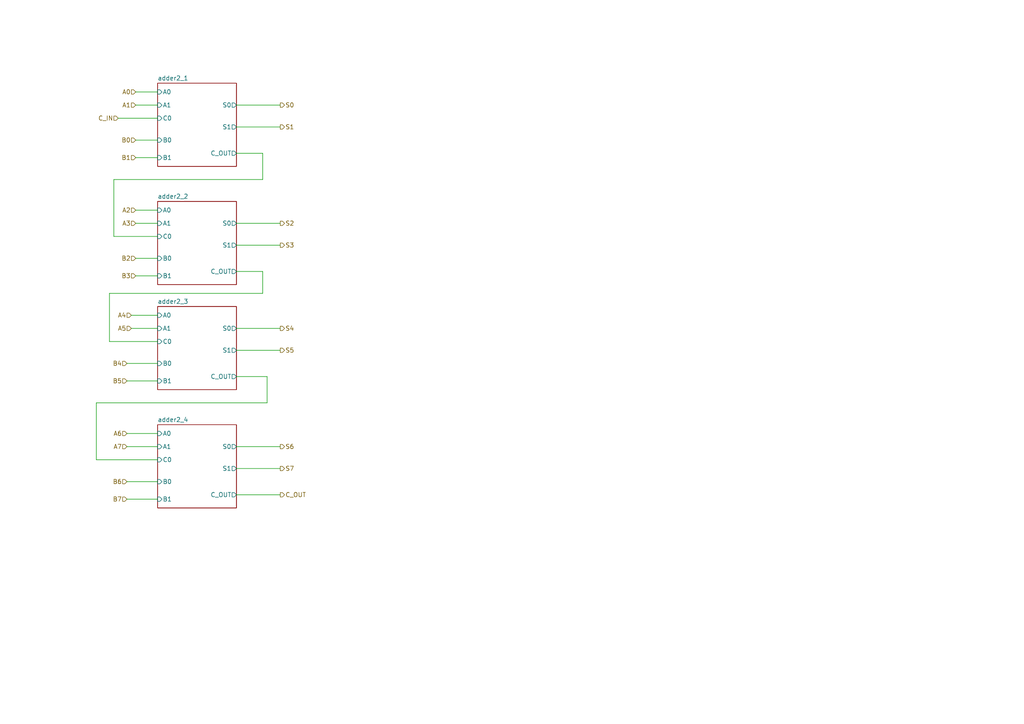
<source format=kicad_sch>
(kicad_sch
	(version 20250114)
	(generator "eeschema")
	(generator_version "9.0")
	(uuid "6f7143ee-26ca-4dc8-9510-cccf9a027fb2")
	(paper "A4")
	(lib_symbols)
	(wire
		(pts
			(xy 38.1 91.44) (xy 45.72 91.44)
		)
		(stroke
			(width 0)
			(type default)
		)
		(uuid "0246f50f-08ad-4d4a-98cb-7a0e9fbe1264")
	)
	(wire
		(pts
			(xy 36.83 125.73) (xy 45.72 125.73)
		)
		(stroke
			(width 0)
			(type default)
		)
		(uuid "027862a0-21f0-4a04-8cfc-c0b140b5eb05")
	)
	(wire
		(pts
			(xy 31.75 99.06) (xy 45.72 99.06)
		)
		(stroke
			(width 0)
			(type default)
		)
		(uuid "0b56bc69-3c56-42f7-b5db-7ca705459a33")
	)
	(wire
		(pts
			(xy 68.58 109.22) (xy 77.47 109.22)
		)
		(stroke
			(width 0)
			(type default)
		)
		(uuid "146b551c-4dc1-4dbb-b0aa-2d32ce7374ab")
	)
	(wire
		(pts
			(xy 68.58 95.25) (xy 81.28 95.25)
		)
		(stroke
			(width 0)
			(type default)
		)
		(uuid "17d67e1b-bdd0-4fad-99a0-81a7eae46f93")
	)
	(wire
		(pts
			(xy 68.58 44.45) (xy 76.2 44.45)
		)
		(stroke
			(width 0)
			(type default)
		)
		(uuid "3f4138eb-c43e-4db7-8888-5b3d68bbc625")
	)
	(wire
		(pts
			(xy 77.47 116.84) (xy 27.94 116.84)
		)
		(stroke
			(width 0)
			(type default)
		)
		(uuid "4096c871-d8e1-449c-bb8d-488ebd1ed149")
	)
	(wire
		(pts
			(xy 68.58 64.77) (xy 81.28 64.77)
		)
		(stroke
			(width 0)
			(type default)
		)
		(uuid "42469b27-13eb-428d-bd58-2b8a2ff08644")
	)
	(wire
		(pts
			(xy 39.37 60.96) (xy 45.72 60.96)
		)
		(stroke
			(width 0)
			(type default)
		)
		(uuid "4454a43e-fc0b-4bef-8fa9-f8edbfe99b35")
	)
	(wire
		(pts
			(xy 39.37 26.67) (xy 45.72 26.67)
		)
		(stroke
			(width 0)
			(type default)
		)
		(uuid "539001bd-b523-42d9-a812-3d74f25738f1")
	)
	(wire
		(pts
			(xy 36.83 105.41) (xy 45.72 105.41)
		)
		(stroke
			(width 0)
			(type default)
		)
		(uuid "625dd555-d977-4056-8f91-9d294d5b1e17")
	)
	(wire
		(pts
			(xy 68.58 143.51) (xy 81.28 143.51)
		)
		(stroke
			(width 0)
			(type default)
		)
		(uuid "629a7e43-ab63-492c-a15c-555d9ce22ad6")
	)
	(wire
		(pts
			(xy 27.94 133.35) (xy 45.72 133.35)
		)
		(stroke
			(width 0)
			(type default)
		)
		(uuid "7082b260-a518-4b8c-bedf-afb6ed345868")
	)
	(wire
		(pts
			(xy 68.58 30.48) (xy 81.28 30.48)
		)
		(stroke
			(width 0)
			(type default)
		)
		(uuid "72e4eabd-c724-42d9-bbb4-236b54c97798")
	)
	(wire
		(pts
			(xy 39.37 45.72) (xy 45.72 45.72)
		)
		(stroke
			(width 0)
			(type default)
		)
		(uuid "735f4236-e467-48b5-b634-ec8e4fe35c17")
	)
	(wire
		(pts
			(xy 39.37 74.93) (xy 45.72 74.93)
		)
		(stroke
			(width 0)
			(type default)
		)
		(uuid "7d19756f-718c-45ad-a8ea-2f3a8e5209dd")
	)
	(wire
		(pts
			(xy 77.47 109.22) (xy 77.47 116.84)
		)
		(stroke
			(width 0)
			(type default)
		)
		(uuid "7e4e6d8a-7f87-4ab5-af28-ababff8cee80")
	)
	(wire
		(pts
			(xy 36.83 110.49) (xy 45.72 110.49)
		)
		(stroke
			(width 0)
			(type default)
		)
		(uuid "833b4ed9-38ee-4556-849c-3c7a9b4aaaf9")
	)
	(wire
		(pts
			(xy 36.83 139.7) (xy 45.72 139.7)
		)
		(stroke
			(width 0)
			(type default)
		)
		(uuid "848837e8-01bf-4306-9676-d113cd115dd9")
	)
	(wire
		(pts
			(xy 33.02 52.07) (xy 33.02 68.58)
		)
		(stroke
			(width 0)
			(type default)
		)
		(uuid "856e1d87-5aa7-4ffe-9a95-ff7785ac4b05")
	)
	(wire
		(pts
			(xy 76.2 85.09) (xy 31.75 85.09)
		)
		(stroke
			(width 0)
			(type default)
		)
		(uuid "85f2335e-1e79-4bb4-aaaf-7b45ac20b5d0")
	)
	(wire
		(pts
			(xy 39.37 30.48) (xy 45.72 30.48)
		)
		(stroke
			(width 0)
			(type default)
		)
		(uuid "8dfd7dc9-e5f3-41f6-bfad-cd93b2f16e06")
	)
	(wire
		(pts
			(xy 39.37 80.01) (xy 45.72 80.01)
		)
		(stroke
			(width 0)
			(type default)
		)
		(uuid "92552c1c-8230-4c52-bcd8-20150b9fa48f")
	)
	(wire
		(pts
			(xy 68.58 129.54) (xy 81.28 129.54)
		)
		(stroke
			(width 0)
			(type default)
		)
		(uuid "96f92f29-bb70-4273-90f6-0bb171b215a1")
	)
	(wire
		(pts
			(xy 39.37 64.77) (xy 45.72 64.77)
		)
		(stroke
			(width 0)
			(type default)
		)
		(uuid "9a99a61a-2d60-41eb-8bb6-c05b5bb164d4")
	)
	(wire
		(pts
			(xy 36.83 144.78) (xy 45.72 144.78)
		)
		(stroke
			(width 0)
			(type default)
		)
		(uuid "9d8f0faa-331e-4f5b-948f-1196711bd308")
	)
	(wire
		(pts
			(xy 68.58 101.6) (xy 81.28 101.6)
		)
		(stroke
			(width 0)
			(type default)
		)
		(uuid "9dd22438-195a-4189-a756-38be275146e7")
	)
	(wire
		(pts
			(xy 76.2 78.74) (xy 76.2 85.09)
		)
		(stroke
			(width 0)
			(type default)
		)
		(uuid "ae233ecc-188d-4bf6-aabd-103e6216b25d")
	)
	(wire
		(pts
			(xy 38.1 95.25) (xy 45.72 95.25)
		)
		(stroke
			(width 0)
			(type default)
		)
		(uuid "b1dcf58c-341c-4369-bc91-73abc3c72051")
	)
	(wire
		(pts
			(xy 31.75 85.09) (xy 31.75 99.06)
		)
		(stroke
			(width 0)
			(type default)
		)
		(uuid "b3e07be9-aaed-4fe7-9333-0bce0397738f")
	)
	(wire
		(pts
			(xy 68.58 78.74) (xy 76.2 78.74)
		)
		(stroke
			(width 0)
			(type default)
		)
		(uuid "bd4673c5-e6a4-478c-a114-77ea7d2d0fd2")
	)
	(wire
		(pts
			(xy 39.37 40.64) (xy 45.72 40.64)
		)
		(stroke
			(width 0)
			(type default)
		)
		(uuid "c1c90760-376f-4344-8118-aca17730d708")
	)
	(wire
		(pts
			(xy 27.94 116.84) (xy 27.94 133.35)
		)
		(stroke
			(width 0)
			(type default)
		)
		(uuid "c48722ea-edb1-4603-9162-d55c9e562dc6")
	)
	(wire
		(pts
			(xy 34.29 34.29) (xy 45.72 34.29)
		)
		(stroke
			(width 0)
			(type default)
		)
		(uuid "c5d9f0c5-6a7d-4314-b9c8-aa49626f8def")
	)
	(wire
		(pts
			(xy 33.02 68.58) (xy 45.72 68.58)
		)
		(stroke
			(width 0)
			(type default)
		)
		(uuid "d55cd6ac-1f80-4af5-bc0d-fa05253640a7")
	)
	(wire
		(pts
			(xy 76.2 44.45) (xy 76.2 52.07)
		)
		(stroke
			(width 0)
			(type default)
		)
		(uuid "d6120dd8-28af-4006-aa67-12e2f0201800")
	)
	(wire
		(pts
			(xy 36.83 129.54) (xy 45.72 129.54)
		)
		(stroke
			(width 0)
			(type default)
		)
		(uuid "da0f5603-129e-415e-aa40-3a54d3c030b9")
	)
	(wire
		(pts
			(xy 76.2 52.07) (xy 33.02 52.07)
		)
		(stroke
			(width 0)
			(type default)
		)
		(uuid "ddc3ce07-080c-4701-a402-245d6faaf3c7")
	)
	(wire
		(pts
			(xy 68.58 135.89) (xy 81.28 135.89)
		)
		(stroke
			(width 0)
			(type default)
		)
		(uuid "defa1a4d-f7c7-4370-ae7a-37e0a84a76ea")
	)
	(wire
		(pts
			(xy 68.58 71.12) (xy 81.28 71.12)
		)
		(stroke
			(width 0)
			(type default)
		)
		(uuid "e807d6a9-10fa-4eb8-849b-ad70bc8dde09")
	)
	(wire
		(pts
			(xy 68.58 36.83) (xy 81.28 36.83)
		)
		(stroke
			(width 0)
			(type default)
		)
		(uuid "f551d007-e5e1-407a-a26a-55015bb7ea4a")
	)
	(hierarchical_label "B4"
		(shape input)
		(at 36.83 105.41 180)
		(effects
			(font
				(size 1.27 1.27)
			)
			(justify right)
		)
		(uuid "0011f84f-5ecd-45a2-9dd9-91e3e7472af5")
	)
	(hierarchical_label "S1"
		(shape output)
		(at 81.28 36.83 0)
		(effects
			(font
				(size 1.27 1.27)
			)
			(justify left)
		)
		(uuid "071309ab-c107-45e6-9a52-fc3efbce55f0")
	)
	(hierarchical_label "A1"
		(shape input)
		(at 39.37 30.48 180)
		(effects
			(font
				(size 1.27 1.27)
			)
			(justify right)
		)
		(uuid "15a2189c-4c42-4387-a43a-191c76e6fc69")
	)
	(hierarchical_label "B3"
		(shape input)
		(at 39.37 80.01 180)
		(effects
			(font
				(size 1.27 1.27)
			)
			(justify right)
		)
		(uuid "1eb14afc-5209-4dc1-b58b-12abe4ffb1a4")
	)
	(hierarchical_label "S2"
		(shape output)
		(at 81.28 64.77 0)
		(effects
			(font
				(size 1.27 1.27)
			)
			(justify left)
		)
		(uuid "38aff7b6-600e-4a52-b85b-68b29ca567b5")
	)
	(hierarchical_label "B6"
		(shape input)
		(at 36.83 139.7 180)
		(effects
			(font
				(size 1.27 1.27)
			)
			(justify right)
		)
		(uuid "3b8f41e3-0c82-4e68-977b-78237474a01f")
	)
	(hierarchical_label "A3"
		(shape input)
		(at 39.37 64.77 180)
		(effects
			(font
				(size 1.27 1.27)
			)
			(justify right)
		)
		(uuid "4b998f0a-4ce6-404a-9522-57af92bd9e07")
	)
	(hierarchical_label "B2"
		(shape input)
		(at 39.37 74.93 180)
		(effects
			(font
				(size 1.27 1.27)
			)
			(justify right)
		)
		(uuid "58382938-f57b-4f02-be3b-db6022784b10")
	)
	(hierarchical_label "A7"
		(shape input)
		(at 36.83 129.54 180)
		(effects
			(font
				(size 1.27 1.27)
			)
			(justify right)
		)
		(uuid "68758ab9-2436-484e-8f17-a26bd8e6cc83")
	)
	(hierarchical_label "B0"
		(shape input)
		(at 39.37 40.64 180)
		(effects
			(font
				(size 1.27 1.27)
			)
			(justify right)
		)
		(uuid "6fcf8e5b-72f9-4d92-8328-6273e6e74ea2")
	)
	(hierarchical_label "C_OUT"
		(shape output)
		(at 81.28 143.51 0)
		(effects
			(font
				(size 1.27 1.27)
			)
			(justify left)
		)
		(uuid "7db69334-cedb-4d11-82c9-81c44c2b44c2")
	)
	(hierarchical_label "S5"
		(shape output)
		(at 81.28 101.6 0)
		(effects
			(font
				(size 1.27 1.27)
			)
			(justify left)
		)
		(uuid "8afbde5b-ad05-4e10-bc0f-a48adcf99688")
	)
	(hierarchical_label "S0"
		(shape output)
		(at 81.28 30.48 0)
		(effects
			(font
				(size 1.27 1.27)
			)
			(justify left)
		)
		(uuid "9064e38b-3d16-497c-aea8-a1096c901238")
	)
	(hierarchical_label "S7"
		(shape output)
		(at 81.28 135.89 0)
		(effects
			(font
				(size 1.27 1.27)
			)
			(justify left)
		)
		(uuid "92f8bd58-2370-4082-a1e3-d5afe51461e4")
	)
	(hierarchical_label "A0"
		(shape input)
		(at 39.37 26.67 180)
		(effects
			(font
				(size 1.27 1.27)
			)
			(justify right)
		)
		(uuid "981e97b0-a05b-4560-baf0-8b46e6c8b37b")
	)
	(hierarchical_label "A4"
		(shape input)
		(at 38.1 91.44 180)
		(effects
			(font
				(size 1.27 1.27)
			)
			(justify right)
		)
		(uuid "a7313304-dd1e-44ed-b608-ecbded707bf0")
	)
	(hierarchical_label "A6"
		(shape input)
		(at 36.83 125.73 180)
		(effects
			(font
				(size 1.27 1.27)
			)
			(justify right)
		)
		(uuid "aa2f0996-6930-420f-835e-15312d1f71bc")
	)
	(hierarchical_label "B7"
		(shape input)
		(at 36.83 144.78 180)
		(effects
			(font
				(size 1.27 1.27)
			)
			(justify right)
		)
		(uuid "aa33dbaa-ac7c-4888-9f30-4e85b7a470bc")
	)
	(hierarchical_label "S3"
		(shape output)
		(at 81.28 71.12 0)
		(effects
			(font
				(size 1.27 1.27)
			)
			(justify left)
		)
		(uuid "abc521e4-9699-472d-913d-a14231f6edce")
	)
	(hierarchical_label "A5"
		(shape input)
		(at 38.1 95.25 180)
		(effects
			(font
				(size 1.27 1.27)
			)
			(justify right)
		)
		(uuid "b058f6f6-122f-41ea-97a5-855d2e705d45")
	)
	(hierarchical_label "A2"
		(shape input)
		(at 39.37 60.96 180)
		(effects
			(font
				(size 1.27 1.27)
			)
			(justify right)
		)
		(uuid "bb211a69-4de6-408c-8694-e4cefe624ad6")
	)
	(hierarchical_label "S6"
		(shape output)
		(at 81.28 129.54 0)
		(effects
			(font
				(size 1.27 1.27)
			)
			(justify left)
		)
		(uuid "bb32016d-ec2b-4841-8c29-aca4af7eeff4")
	)
	(hierarchical_label "B1"
		(shape input)
		(at 39.37 45.72 180)
		(effects
			(font
				(size 1.27 1.27)
			)
			(justify right)
		)
		(uuid "d14c6540-7340-4fb5-b95e-93e49353d272")
	)
	(hierarchical_label "S4"
		(shape output)
		(at 81.28 95.25 0)
		(effects
			(font
				(size 1.27 1.27)
			)
			(justify left)
		)
		(uuid "e6c39f64-f53e-49a0-8049-ccd7eea699a6")
	)
	(hierarchical_label "B5"
		(shape input)
		(at 36.83 110.49 180)
		(effects
			(font
				(size 1.27 1.27)
			)
			(justify right)
		)
		(uuid "f36e6026-e2c9-4100-9c24-77c6c001daf6")
	)
	(hierarchical_label "C_IN"
		(shape input)
		(at 34.29 34.29 180)
		(effects
			(font
				(size 1.27 1.27)
			)
			(justify right)
		)
		(uuid "fd585b42-7a73-4197-9d68-7fc3b12ecf4e")
	)
	(sheet
		(at 45.72 123.19)
		(size 22.86 24.13)
		(exclude_from_sim no)
		(in_bom yes)
		(on_board yes)
		(dnp no)
		(fields_autoplaced yes)
		(stroke
			(width 0.1524)
			(type solid)
		)
		(fill
			(color 0 0 0 0.0000)
		)
		(uuid "072d980d-7920-4601-abce-27648096a13e")
		(property "Sheetname" "adder2_4"
			(at 45.72 122.4784 0)
			(effects
				(font
					(size 1.27 1.27)
				)
				(justify left bottom)
			)
		)
		(property "Sheetfile" "../adder2/adder2.kicad_sch"
			(at 45.72 147.9046 0)
			(effects
				(font
					(size 1.27 1.27)
				)
				(justify left top)
				(hide yes)
			)
		)
		(pin "C0" input
			(at 45.72 133.35 180)
			(uuid "038c8f76-c8f7-4ef4-9a27-a11efc7b74ad")
			(effects
				(font
					(size 1.27 1.27)
				)
				(justify left)
			)
		)
		(pin "A0" input
			(at 45.72 125.73 180)
			(uuid "f312cf94-78ad-4153-acc3-396fdaccb72f")
			(effects
				(font
					(size 1.27 1.27)
				)
				(justify left)
			)
		)
		(pin "S0" output
			(at 68.58 129.54 0)
			(uuid "5e54433b-6500-4887-bb66-7bf658aa02a4")
			(effects
				(font
					(size 1.27 1.27)
				)
				(justify right)
			)
		)
		(pin "C_OUT" output
			(at 68.58 143.51 0)
			(uuid "d60c915c-527e-4445-8104-0d2d3ad43ac1")
			(effects
				(font
					(size 1.27 1.27)
				)
				(justify right)
			)
		)
		(pin "A1" input
			(at 45.72 129.54 180)
			(uuid "286e5c3b-d1cf-4618-bb39-0b03a6346e83")
			(effects
				(font
					(size 1.27 1.27)
				)
				(justify left)
			)
		)
		(pin "B0" input
			(at 45.72 139.7 180)
			(uuid "7623a2ff-58e0-4458-a3c6-0fe246605a1b")
			(effects
				(font
					(size 1.27 1.27)
				)
				(justify left)
			)
		)
		(pin "B1" input
			(at 45.72 144.78 180)
			(uuid "74a56f56-8018-4918-9f47-dd20c2259594")
			(effects
				(font
					(size 1.27 1.27)
				)
				(justify left)
			)
		)
		(pin "S1" output
			(at 68.58 135.89 0)
			(uuid "78b40a4f-22c1-48ec-aa25-413df095b435")
			(effects
				(font
					(size 1.27 1.27)
				)
				(justify right)
			)
		)
		(instances
			(project "add_sub"
				(path "/1a086df7-7508-4c0d-b696-2f052ea4c322/92236a5d-2e44-4e21-b0a9-9f7c8d85dee0"
					(page "33")
				)
			)
		)
	)
	(sheet
		(at 45.72 58.42)
		(size 22.86 24.13)
		(exclude_from_sim no)
		(in_bom yes)
		(on_board yes)
		(dnp no)
		(fields_autoplaced yes)
		(stroke
			(width 0.1524)
			(type solid)
		)
		(fill
			(color 0 0 0 0.0000)
		)
		(uuid "0a1186b3-be7e-452c-80fb-048fb270c396")
		(property "Sheetname" "adder2_2"
			(at 45.72 57.7084 0)
			(effects
				(font
					(size 1.27 1.27)
				)
				(justify left bottom)
			)
		)
		(property "Sheetfile" "../adder2/adder2.kicad_sch"
			(at 45.72 83.1346 0)
			(effects
				(font
					(size 1.27 1.27)
				)
				(justify left top)
				(hide yes)
			)
		)
		(pin "C0" input
			(at 45.72 68.58 180)
			(uuid "65d7e812-7a8f-4801-8038-8ff9f68881ee")
			(effects
				(font
					(size 1.27 1.27)
				)
				(justify left)
			)
		)
		(pin "A0" input
			(at 45.72 60.96 180)
			(uuid "5b2b4d2e-18e3-42c1-bbee-c8d015fd7f21")
			(effects
				(font
					(size 1.27 1.27)
				)
				(justify left)
			)
		)
		(pin "S0" output
			(at 68.58 64.77 0)
			(uuid "c297ae78-0d77-4060-8a50-678db048f449")
			(effects
				(font
					(size 1.27 1.27)
				)
				(justify right)
			)
		)
		(pin "C_OUT" output
			(at 68.58 78.74 0)
			(uuid "d6330176-35ce-4706-94dd-18f2b050c38c")
			(effects
				(font
					(size 1.27 1.27)
				)
				(justify right)
			)
		)
		(pin "A1" input
			(at 45.72 64.77 180)
			(uuid "5e17e241-097e-4216-81dd-5bdc5fae98c0")
			(effects
				(font
					(size 1.27 1.27)
				)
				(justify left)
			)
		)
		(pin "B0" input
			(at 45.72 74.93 180)
			(uuid "6de4b874-a0f6-446e-815b-c46dad06b259")
			(effects
				(font
					(size 1.27 1.27)
				)
				(justify left)
			)
		)
		(pin "B1" input
			(at 45.72 80.01 180)
			(uuid "00c702ed-07a5-4a2b-9998-9278c4c33073")
			(effects
				(font
					(size 1.27 1.27)
				)
				(justify left)
			)
		)
		(pin "S1" output
			(at 68.58 71.12 0)
			(uuid "c2aac111-8aa1-462b-9505-77643b0d8114")
			(effects
				(font
					(size 1.27 1.27)
				)
				(justify right)
			)
		)
		(instances
			(project "add_sub"
				(path "/1a086df7-7508-4c0d-b696-2f052ea4c322/92236a5d-2e44-4e21-b0a9-9f7c8d85dee0"
					(page "11")
				)
			)
		)
	)
	(sheet
		(at 45.72 24.13)
		(size 22.86 24.13)
		(exclude_from_sim no)
		(in_bom yes)
		(on_board yes)
		(dnp no)
		(fields_autoplaced yes)
		(stroke
			(width 0.1524)
			(type solid)
		)
		(fill
			(color 0 0 0 0.0000)
		)
		(uuid "5ca3f5ef-5ebe-454d-ad68-04b74d36a9c7")
		(property "Sheetname" "adder2_1"
			(at 45.72 23.4184 0)
			(effects
				(font
					(size 1.27 1.27)
				)
				(justify left bottom)
			)
		)
		(property "Sheetfile" "../adder2/adder2.kicad_sch"
			(at 45.72 48.8446 0)
			(effects
				(font
					(size 1.27 1.27)
				)
				(justify left top)
				(hide yes)
			)
		)
		(pin "C0" input
			(at 45.72 34.29 180)
			(uuid "6eaddedd-3855-48d4-8107-b29d5f19d419")
			(effects
				(font
					(size 1.27 1.27)
				)
				(justify left)
			)
		)
		(pin "A0" input
			(at 45.72 26.67 180)
			(uuid "5d17380a-aea6-475c-98cf-e4f8642977a6")
			(effects
				(font
					(size 1.27 1.27)
				)
				(justify left)
			)
		)
		(pin "S0" output
			(at 68.58 30.48 0)
			(uuid "58c4cdb4-d28d-43cb-b88b-013e9e028138")
			(effects
				(font
					(size 1.27 1.27)
				)
				(justify right)
			)
		)
		(pin "C_OUT" output
			(at 68.58 44.45 0)
			(uuid "47ab6561-c047-47c4-bd60-ca551cf69f9c")
			(effects
				(font
					(size 1.27 1.27)
				)
				(justify right)
			)
		)
		(pin "A1" input
			(at 45.72 30.48 180)
			(uuid "05392771-7548-4e28-9da1-6c9db55b5d2a")
			(effects
				(font
					(size 1.27 1.27)
				)
				(justify left)
			)
		)
		(pin "B0" input
			(at 45.72 40.64 180)
			(uuid "11c2c156-8520-45a3-aa58-159d1fe33907")
			(effects
				(font
					(size 1.27 1.27)
				)
				(justify left)
			)
		)
		(pin "B1" input
			(at 45.72 45.72 180)
			(uuid "917bb620-b756-4379-a6f0-faf59a7b9382")
			(effects
				(font
					(size 1.27 1.27)
				)
				(justify left)
			)
		)
		(pin "S1" output
			(at 68.58 36.83 0)
			(uuid "fc01915d-ed40-4621-aab3-b7b1be21abb6")
			(effects
				(font
					(size 1.27 1.27)
				)
				(justify right)
			)
		)
		(instances
			(project "adder8"
				(path "/6f7143ee-26ca-4dc8-9510-cccf9a027fb2"
					(page "2")
				)
			)
			(project ""
				(path "/92236a5d-2e44-4e21-b0a9-9f7c8d85dee0"
					(page "#")
				)
			)
			(project "add_sub"
				(path "/1a086df7-7508-4c0d-b696-2f052ea4c322/92236a5d-2e44-4e21-b0a9-9f7c8d85dee0"
					(page "2")
				)
			)
		)
	)
	(sheet
		(at 45.72 88.9)
		(size 22.86 24.13)
		(exclude_from_sim no)
		(in_bom yes)
		(on_board yes)
		(dnp no)
		(fields_autoplaced yes)
		(stroke
			(width 0.1524)
			(type solid)
		)
		(fill
			(color 0 0 0 0.0000)
		)
		(uuid "e678a1db-fc7f-4871-8288-df3fa647bce0")
		(property "Sheetname" "adder2_3"
			(at 45.72 88.1884 0)
			(effects
				(font
					(size 1.27 1.27)
				)
				(justify left bottom)
			)
		)
		(property "Sheetfile" "../adder2/adder2.kicad_sch"
			(at 45.72 113.6146 0)
			(effects
				(font
					(size 1.27 1.27)
				)
				(justify left top)
				(hide yes)
			)
		)
		(pin "C0" input
			(at 45.72 99.06 180)
			(uuid "aeb52f3c-5b61-4446-8cca-8f7ed3a5c8bd")
			(effects
				(font
					(size 1.27 1.27)
				)
				(justify left)
			)
		)
		(pin "A0" input
			(at 45.72 91.44 180)
			(uuid "35b65ae7-b8d0-467d-9530-2cc912063002")
			(effects
				(font
					(size 1.27 1.27)
				)
				(justify left)
			)
		)
		(pin "S0" output
			(at 68.58 95.25 0)
			(uuid "4e473790-747e-4efe-af3d-043b1d8fb0c2")
			(effects
				(font
					(size 1.27 1.27)
				)
				(justify right)
			)
		)
		(pin "C_OUT" output
			(at 68.58 109.22 0)
			(uuid "89658b1c-9b26-4209-8e7f-aa764dc722a3")
			(effects
				(font
					(size 1.27 1.27)
				)
				(justify right)
			)
		)
		(pin "A1" input
			(at 45.72 95.25 180)
			(uuid "0ed8e359-295b-40f5-971c-5c1d9ebb5bce")
			(effects
				(font
					(size 1.27 1.27)
				)
				(justify left)
			)
		)
		(pin "B0" input
			(at 45.72 105.41 180)
			(uuid "1022f5ac-55f8-409b-93f2-c7c86e504df5")
			(effects
				(font
					(size 1.27 1.27)
				)
				(justify left)
			)
		)
		(pin "B1" input
			(at 45.72 110.49 180)
			(uuid "4c2c5cd0-4541-4505-a3c4-3448dfbe6ed6")
			(effects
				(font
					(size 1.27 1.27)
				)
				(justify left)
			)
		)
		(pin "S1" output
			(at 68.58 101.6 0)
			(uuid "17bf2fb5-0e82-4824-9e47-ac735132e786")
			(effects
				(font
					(size 1.27 1.27)
				)
				(justify right)
			)
		)
		(instances
			(project "add_sub"
				(path "/1a086df7-7508-4c0d-b696-2f052ea4c322/92236a5d-2e44-4e21-b0a9-9f7c8d85dee0"
					(page "22")
				)
			)
		)
	)
)

</source>
